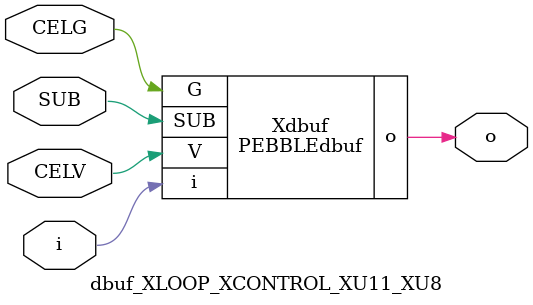
<source format=v>



module PEBBLEdbuf ( o, G, SUB, V, i );

  input V;
  input i;
  input G;
  output o;
  input SUB;
endmodule

//Celera Confidential Do Not Copy dbuf_XLOOP_XCONTROL_XU11_XU8
//Celera Confidential Symbol Generator
//Digital Buffer
module dbuf_XLOOP_XCONTROL_XU11_XU8 (CELV,CELG,i,o,SUB);
input CELV;
input CELG;
input i;
input SUB;
output o;

//Celera Confidential Do Not Copy dbuf
PEBBLEdbuf Xdbuf(
.V (CELV),
.i (i),
.o (o),
.SUB (SUB),
.G (CELG)
);
//,diesize,PEBBLEdbuf

//Celera Confidential Do Not Copy Module End
//Celera Schematic Generator
endmodule

</source>
